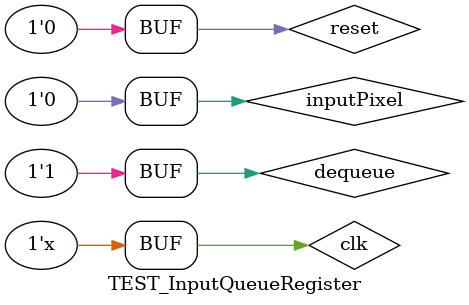
<source format=v>
/*
 * Test bench for InputQueueRegister
 *
 * Tested using INPUT_LAYER_NODES = 10
 */

`include "GlobalVariables.v"
`include "InputQueueRegister.v"


module TEST_InputQueueRegister ;
	reg clk;
	reg inputPixel;
	reg reset;
	reg dequeue;
	
	wire [9:0] indexOut;
	wire queueEmpty;

	InputQueueRegister queue(
		.clk(clk), 
		.reset(reset), 
		.pixelValue(inputPixel), 
		.dequeue(dequeue), 
		.indexOut(indexOut), 
		.queueEmpty(queueEmpty)
	);


	initial
	begin
		clk = 0;
		reset <= 0;
		dequeue <= 0;

		//--First Batch--
		#4
		reset <= 1;
		#1
		reset <= 0;

		//Load into queue
		inputPixel <= 0;  //index 0
		#2
		inputPixel <= 0;  //index 1
		#2
		inputPixel <= 1;  //index 2
		#2
		inputPixel <= 0;  //index 3
		#2
		inputPixel <= 1;  //index 4
		#2
		inputPixel <= 1;  //index 5
		#2
		inputPixel <= 0;  //index 6
		#2
		inputPixel <= 1;  //index 7
		#2
		inputPixel <= 0;  //index 8
		#2
		inputPixel <= 1;  //index 9
		#2
		inputPixel <= 0;  //index 9

		//Empty queue
		/*
		 * Expected output: 2, 4, 5, 7, 9, EMPTY
		 */
		#6
		dequeue <= 1;
		#1
		dequeue <= 0;
		#1
		dequeue <= 1;
		#1
		dequeue <= 0;
		#1
		dequeue <= 0;
		#1
		dequeue <= 1;
		#1
		dequeue <= 0;
		#1
		dequeue <= 1;
		#1
		dequeue <= 0;
		#1
		dequeue <= 1;
		#1
		dequeue <= 0;
		#1
		dequeue <= 1;
		#1
		dequeue <= 0;
		#1
		dequeue <= 1;
		#1
		dequeue <= 0;


		//--Second Batch--
		#3
		reset <= 1;
		#1
		reset <= 0;

		//Load into queue
		inputPixel <= 1;  //index 0
		#2
		inputPixel <= 1;  //index 1
		#2
		inputPixel <= 0;  //index 2
		#2
		inputPixel <= 1;  //index 3
		#2
		inputPixel <= 1;  //index 4
		#2
		inputPixel <= 0;  //index 5
		#2
		inputPixel <= 1;  //index 6
		#2
		inputPixel <= 1;  //index 7
		#2
		inputPixel <= 0;  //index 8
		#2
		inputPixel <= 0;  //index 9

		//Empty queue
		/*
		 * Expected output: 0, 1, 3, 4, 6, 7, EMPTY
		 */
		#6
		dequeue <= 1;
		#1
		dequeue <= 0;
		#1
		dequeue <= 1;
		#1
		dequeue <= 0;
		#1
		dequeue <= 0;
		#1
		dequeue <= 1;
		#1
		dequeue <= 0;
		#1
		dequeue <= 1;
		#1
		dequeue <= 0;
		#1
		dequeue <= 1;
		#1
		dequeue <= 0;
		#1
		dequeue <= 1;
		#1
		dequeue <= 0;
		#1
		dequeue <= 1;
		#1
		dequeue <= 0;
		#1
		dequeue <= 1;
		#1
		dequeue <= 0;
		#1
		dequeue <= 1;

	end

	//Clock toggling
	always begin
		#1  //2-step period
		clk <= ~clk;
	end
	

endmodule
</source>
